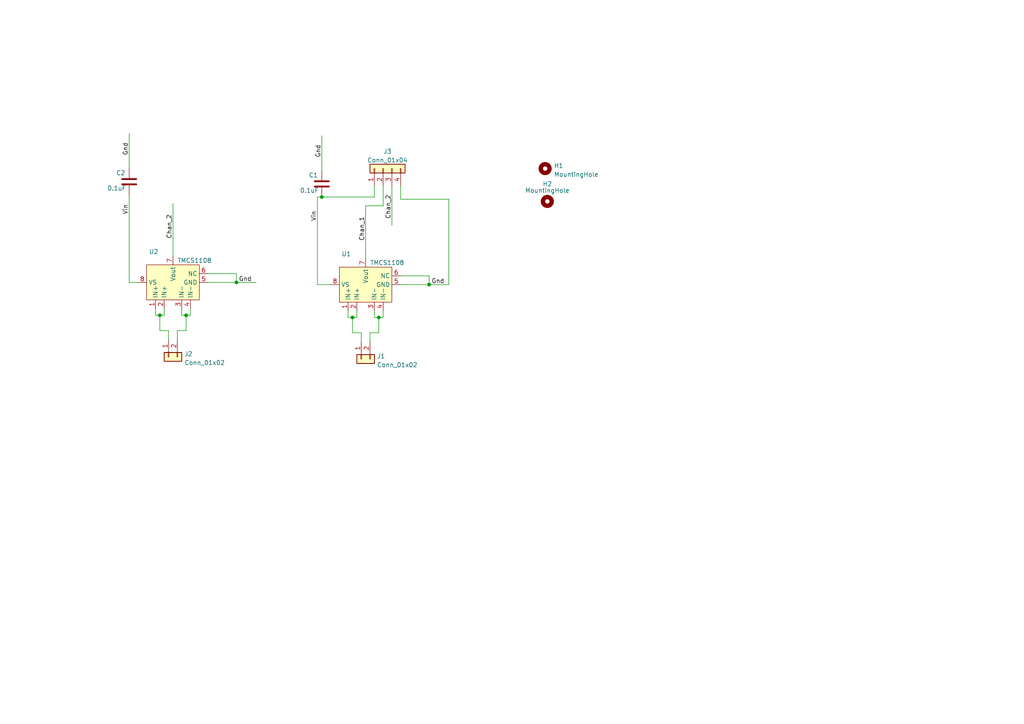
<source format=kicad_sch>
(kicad_sch (version 20211123) (generator eeschema)
  (paper "A4")
  (lib_symbols
    (symbol "Connector_Generic:Conn_01x02" (pin_names (offset 1.016) hide)
      (property "Reference" "J" (at 0 2.54 0))
      (property "Value" "Conn_01x02" (at 0 -5.08 0))
      (symbol "Conn_01x02_1_1"
        (rectangle (start -1.27 -2.413) (end 0 -2.667) (stroke (width 0.1524)))
        (rectangle (start -1.27 0.127) (end 0 -0.127) (stroke (width 0.1524)))
        (rectangle (start -1.27 1.27) (end 1.27 -3.81) (stroke (width 0.254)) (fill (type background)))
        (pin passive line (at -5.08 0 0) (length 3.81) (name "Pin_1") (number "1"))
        (pin passive line (at -5.08 -2.54 0) (length 3.81) (name "Pin_2") (number "2"))
      )
    )
    (symbol "Connector_Generic:Conn_01x04" (pin_names (offset 1.016) hide)
      (property "Reference" "J" (at 0 5.08 0))
      (property "Value" "Conn_01x04" (at 0 -7.62 0))
      (symbol "Conn_01x04_1_1"
        (rectangle (start -1.27 -4.953) (end 0 -5.207) (stroke (width 0.1524)))
        (rectangle (start -1.27 -2.413) (end 0 -2.667) (stroke (width 0.1524)))
        (rectangle (start -1.27 0.127) (end 0 -0.127) (stroke (width 0.1524)))
        (rectangle (start -1.27 2.667) (end 0 2.413) (stroke (width 0.1524)))
        (rectangle (start -1.27 3.81) (end 1.27 -6.35) (stroke (width 0.254)) (fill (type background)))
        (pin passive line (at -5.08 2.54 0) (length 3.81) (name "Pin_1") (number "1"))
        (pin passive line (at -5.08 0 0) (length 3.81) (name "Pin_2") (number "2"))
        (pin passive line (at -5.08 -2.54 0) (length 3.81) (name "Pin_3") (number "3"))
        (pin passive line (at -5.08 -5.08 0) (length 3.81) (name "Pin_4") (number "4"))
      )
    )
    (symbol "Device:C" (pin_numbers hide) (pin_names (offset 0.254))
      (property "Reference" "C" (at 0.635 2.54 0))
      (property "Value" "C" (at 0.635 -2.54 0))
      (symbol "C_0_1"
        (polyline (pts (xy -2.032 -0.762) (xy 2.032 -0.762)) (stroke (width 0.508)))
        (polyline (pts (xy -2.032 0.762) (xy 2.032 0.762)) (stroke (width 0.508)))
      )
      (symbol "C_1_1"
        (pin passive line (at 0 3.81 270) (length 2.794) (name "~") (number "1"))
        (pin passive line (at 0 -3.81 90) (length 2.794) (name "~") (number "2"))
      )
    )
    (symbol "Kitecraft_Current_Sensors:TMCS1108"
      (property "Reference" "U" (at 2.54 12.7 0))
      (property "Value" "TMCS1108" (at 2.54 10.16 0))
      (symbol "TMCS1108_0_0"
        (pin input line (at -7.62 5.08 0) (length 2.54) (name "IN+") (number "1"))
        (pin input line (at -7.62 2.54 0) (length 2.54) (name "IN+") (number "2"))
        (pin input line (at -7.62 -2.54 0) (length 2.54) (name "IN-") (number "3"))
        (pin input line (at -7.62 -5.08 0) (length 2.54) (name "IN-") (number "4"))
        (pin power_in line (at 0 -10.16 90) (length 2.54) (name "GND") (number "5"))
        (pin passive line (at 2.54 -10.16 90) (length 2.54) (name "NC") (number "6"))
        (pin output line (at 7.62 0 180) (length 2.54) (name "Vout") (number "7"))
        (pin power_in line (at 0 10.16 270) (length 2.54) (name "VS") (number "8"))
      )
      (symbol "TMCS1108_0_1"
        (rectangle (start -5.08 7.62) (end 5.08 -7.62) (stroke (width 0.1524)) (fill (type background)))
      )
    )
    (symbol "Mechanical:MountingHole" (pin_names (offset 1.016))
      (property "Reference" "H" (at 0 5.08 0))
      (property "Value" "MountingHole" (at 0 3.175 0))
      (symbol "MountingHole_0_1"
        (circle (center 0 0) (radius 1.27) (stroke (width 1.27)))
      )
    )
  )
  (junction (at 102.235 92.075))
  (junction (at 46.355 91.44))
  (junction (at 93.345 57.15))
  (junction (at 124.46 82.55))
  (junction (at 53.975 91.44))
  (junction (at 68.58 81.915))
  (junction (at 109.855 92.075))
  (wire (pts (xy 37.465 81.915) (xy 37.465 56.515)))
  (wire (pts (xy 47.625 91.44) (xy 46.355 91.44)))
  (wire (pts (xy 108.585 53.975) (xy 108.585 57.15)))
  (wire (pts (xy 107.315 96.52) (xy 107.315 99.06)))
  (wire (pts (xy 55.245 89.535) (xy 55.245 91.44)))
  (wire (pts (xy 92.075 57.15) (xy 93.345 57.15)))
  (wire (pts (xy 60.325 79.375) (xy 68.58 79.375)))
  (wire (pts (xy 53.975 91.44) (xy 53.975 95.885)))
  (wire (pts (xy 45.085 91.44) (xy 45.085 89.535)))
  (wire (pts (xy 93.345 57.15) (xy 108.585 57.15)))
  (wire (pts (xy 46.355 95.885) (xy 48.895 95.885)))
  (wire (pts (xy 55.245 91.44) (xy 53.975 91.44)))
  (wire (pts (xy 116.205 53.975) (xy 116.205 57.785)))
  (wire (pts (xy 116.205 57.785) (xy 130.175 57.785)))
  (wire (pts (xy 102.235 92.075) (xy 100.965 92.075)))
  (wire (pts (xy 53.975 95.885) (xy 51.435 95.885)))
  (wire (pts (xy 50.165 59.055) (xy 50.165 74.295)))
  (wire (pts (xy 100.965 92.075) (xy 100.965 90.17)))
  (wire (pts (xy 52.705 91.44) (xy 52.705 89.535)))
  (wire (pts (xy 74.295 81.915) (xy 68.58 81.915)))
  (wire (pts (xy 68.58 81.915) (xy 60.325 81.915)))
  (wire (pts (xy 111.125 90.17) (xy 111.125 92.075)))
  (wire (pts (xy 53.975 91.44) (xy 52.705 91.44)))
  (wire (pts (xy 102.235 92.075) (xy 102.235 96.52)))
  (wire (pts (xy 47.625 89.535) (xy 47.625 91.44)))
  (wire (pts (xy 40.005 81.915) (xy 37.465 81.915)))
  (wire (pts (xy 124.46 82.55) (xy 116.205 82.55)))
  (wire (pts (xy 113.665 53.975) (xy 113.665 65.405)))
  (wire (pts (xy 102.235 96.52) (xy 104.775 96.52)))
  (wire (pts (xy 111.125 59.69) (xy 106.045 59.69)))
  (wire (pts (xy 111.125 92.075) (xy 109.855 92.075)))
  (wire (pts (xy 109.855 96.52) (xy 107.315 96.52)))
  (wire (pts (xy 93.345 39.37) (xy 93.345 49.53)))
  (wire (pts (xy 109.855 92.075) (xy 109.855 96.52)))
  (wire (pts (xy 108.585 92.075) (xy 108.585 90.17)))
  (wire (pts (xy 51.435 95.885) (xy 51.435 98.425)))
  (wire (pts (xy 92.075 57.15) (xy 92.075 82.55)))
  (wire (pts (xy 37.465 38.735) (xy 37.465 48.895)))
  (wire (pts (xy 130.175 82.55) (xy 124.46 82.55)))
  (wire (pts (xy 48.895 95.885) (xy 48.895 98.425)))
  (wire (pts (xy 92.075 82.55) (xy 95.885 82.55)))
  (wire (pts (xy 46.355 91.44) (xy 45.085 91.44)))
  (wire (pts (xy 106.045 59.69) (xy 106.045 74.93)))
  (wire (pts (xy 124.46 80.01) (xy 124.46 82.55)))
  (wire (pts (xy 111.125 53.975) (xy 111.125 59.69)))
  (wire (pts (xy 116.205 80.01) (xy 124.46 80.01)))
  (wire (pts (xy 103.505 92.075) (xy 102.235 92.075)))
  (wire (pts (xy 109.855 92.075) (xy 108.585 92.075)))
  (wire (pts (xy 104.775 96.52) (xy 104.775 99.06)))
  (wire (pts (xy 103.505 90.17) (xy 103.505 92.075)))
  (wire (pts (xy 46.355 91.44) (xy 46.355 95.885)))
  (wire (pts (xy 130.175 57.785) (xy 130.175 82.55)))
  (wire (pts (xy 68.58 79.375) (xy 68.58 81.915)))
  (label "Chan_2" (at 50.165 69.215 90))
  (label "Chan_2" (at 113.665 63.5 90))
  (label "Vin" (at 92.075 64.135 90))
  (label "Gnd" (at 73.025 81.915 180))
  (label "Vin" (at 37.465 62.23 90))
  (label "Gnd" (at 128.905 82.55 180))
  (label "Gnd" (at 93.345 41.91 270))
  (label "Chan_1" (at 106.045 69.85 90))
  (label "Gnd" (at 37.465 41.275 270))
  (symbol (lib_id "Mechanical:MountingHole") (at 158.115 48.895 0) (unit 1)
    (property "Reference" "H1" (at 160.655 48.0603 0) (effects (justify left)))
    (property "Value" "MountingHole" (at 160.655 50.5972 0) (effects (justify left)))
    (property "Footprint" "MountingHole:MountingHole_2.2mm_M2_DIN965" (effects hide))
  )
  (symbol (lib_id "Device:C") (at 93.345 53.34 180) (unit 1)
    (property "Reference" "C1" (at 89.535 50.8 0) (effects (justify right)))
    (property "Value" "0.1uF" (at 86.995 55.245 0) (effects (justify right)))
    (property "Footprint" "Capacitor_SMD:C_0805_2012Metric_Pad1.18x1.45mm_HandSolder" (effects hide))
  )
  (symbol (lib_id "Mechanical:MountingHole") (at 158.75 58.42 0) (unit 1)
    (property "Reference" "H2" (at 158.75 53.34 0))
    (property "Value" "MountingHole" (at 158.75 55.245 0))
    (property "Footprint" "MountingHole:MountingHole_2.2mm_M2_DIN965" (effects hide))
  )
  (symbol (lib_id "Connector_Generic:Conn_01x04") (at 111.125 48.895 90) (unit 1)
    (property "Reference" "J3" (at 112.395 43.9252 90))
    (property "Value" "Conn_01x04" (at 112.395 46.4621 90))
    (property "Footprint" "Connector_PinHeader_2.54mm:PinHeader_1x04_P2.54mm_Vertical" (effects hide))
  )
  (symbol (lib_id "Kitecraft_Current_Sensors:TMCS1108") (at 50.165 81.915 90) (unit 1)
    (property "Reference" "U2" (at 43.18 73.025 90) (effects (justify right)))
    (property "Value" "TMCS1108" (at 51.435 75.565 90) (effects (justify right)))
    (property "Footprint" "Kitecraft_Boards:SO-8_3.9x4.9mm_P1.27mm" (effects hide))
  )
  (symbol (lib_id "Kitecraft_Current_Sensors:TMCS1108") (at 106.045 82.55 90) (unit 1)
    (property "Reference" "U1" (at 99.06 73.66 90) (effects (justify right)))
    (property "Value" "TMCS1108" (at 107.315 76.2 90) (effects (justify right)))
    (property "Footprint" "Kitecraft_Boards:SO-8_3.9x4.9mm_P1.27mm" (effects hide))
  )
  (symbol (lib_id "Connector_Generic:Conn_01x02") (at 48.895 103.505 90) (mirror x) (unit 1)
    (property "Reference" "J2" (at 53.467 102.6703 90) (effects (justify right)))
    (property "Value" "Conn_01x02" (at 53.467 105.2072 90) (effects (justify right)))
    (property "Footprint" "TerminalBlock_Phoenix:TerminalBlock_Phoenix_MKDS-1,5-2_1x02_P5.00mm_Horizontal" (effects hide))
  )
  (symbol (lib_id "Device:C") (at 37.465 52.705 180) (unit 1)
    (property "Reference" "C2" (at 33.655 50.165 0) (effects (justify right)))
    (property "Value" "0.1uF" (at 31.115 54.61 0) (effects (justify right)))
    (property "Footprint" "Capacitor_SMD:C_0805_2012Metric_Pad1.18x1.45mm_HandSolder" (effects hide))
  )
  (symbol (lib_id "Connector_Generic:Conn_01x02") (at 104.775 104.14 90) (mirror x) (unit 1)
    (property "Reference" "J1" (at 109.347 103.3053 90) (effects (justify right)))
    (property "Value" "Conn_01x02" (at 109.347 105.8422 90) (effects (justify right)))
    (property "Footprint" "TerminalBlock_Phoenix:TerminalBlock_Phoenix_MKDS-1,5-2_1x02_P5.00mm_Horizontal" (effects hide))
  )
)
</source>
